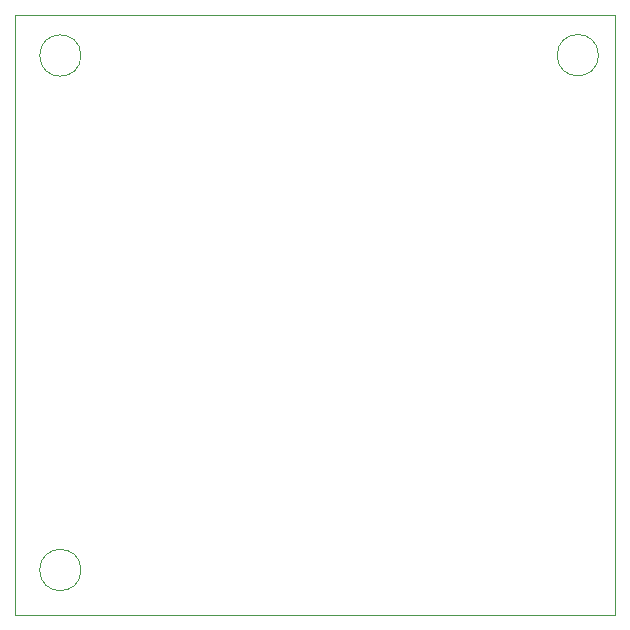
<source format=gbr>
G04 #@! TF.GenerationSoftware,KiCad,Pcbnew,(5.1.5)-3*
G04 #@! TF.CreationDate,2023-03-16T00:37:57+01:00*
G04 #@! TF.ProjectId,barcode_scanner,62617263-6f64-4655-9f73-63616e6e6572,rev?*
G04 #@! TF.SameCoordinates,Original*
G04 #@! TF.FileFunction,Profile,NP*
%FSLAX46Y46*%
G04 Gerber Fmt 4.6, Leading zero omitted, Abs format (unit mm)*
G04 Created by KiCad (PCBNEW (5.1.5)-3) date 2023-03-16 00:37:57*
%MOMM*%
%LPD*%
G04 APERTURE LIST*
%ADD10C,0.050000*%
G04 APERTURE END LIST*
D10*
X145260000Y-79657000D02*
G75*
G03X145260000Y-79657000I-1750000J0D01*
G01*
X145260000Y-123218000D02*
G75*
G03X145260000Y-123218000I-1750000J0D01*
G01*
X189075000Y-79629000D02*
G75*
G03X189075000Y-79629000I-1750000J0D01*
G01*
X139700000Y-76200000D02*
X139700000Y-127000000D01*
X190500000Y-76200000D02*
X139700000Y-76200000D01*
X190500000Y-127000000D02*
X190500000Y-76200000D01*
X139700000Y-127000000D02*
X190500000Y-127000000D01*
M02*

</source>
